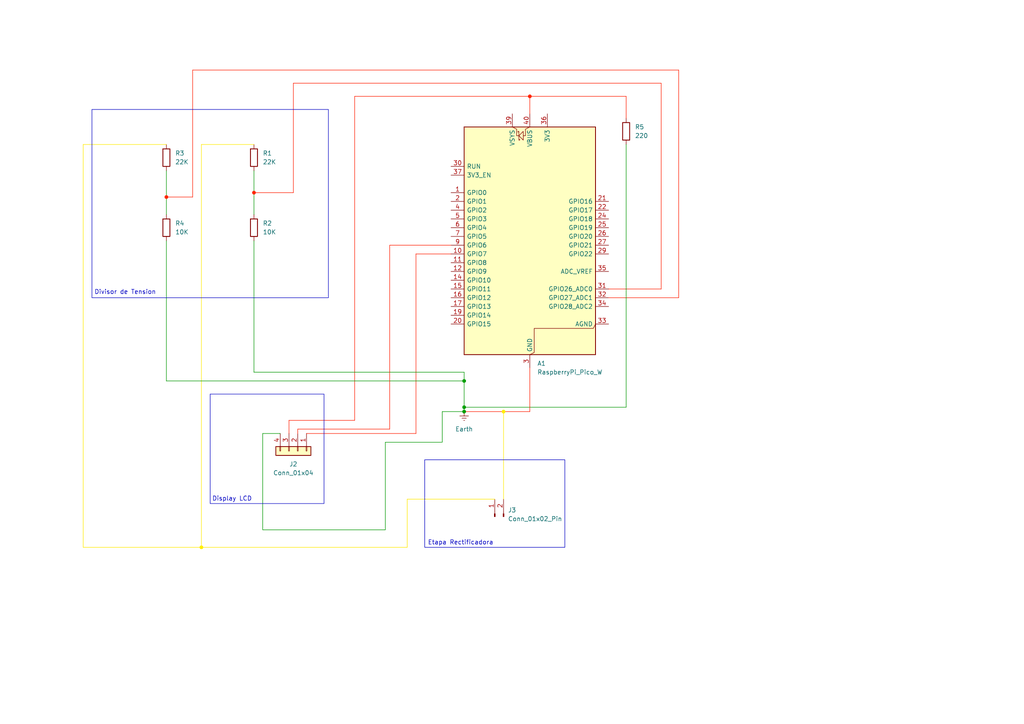
<source format=kicad_sch>
(kicad_sch (version 20250114) (generator "eeschema") (generator_version "9.0")
  (paper "A4")
  (lib_symbols
    (symbol "Connector:Conn_01x02_Pin" (pin_names (offset 1.016) (hide yes))
      (property "Reference" "J" (at 0 2.54 0))
      (property "Value" "Conn_01x02_Pin" (at 0 -5.08 0))
      (symbol "Conn_01x02_Pin_1_1"
        (rectangle (start 0.8636 0.127) (end 0 -0.127) (stroke (width 0.1524)) (fill (type outline)))
        (rectangle (start 0.8636 -2.413) (end 0 -2.667) (stroke (width 0.1524)) (fill (type outline)))
        (polyline (pts (xy 1.27 0) (xy 0.8636 0)) (stroke (width 0.1524)))
        (polyline (pts (xy 1.27 -2.54) (xy 0.8636 -2.54)) (stroke (width 0.1524)))
        (pin passive line (at 5.08 0 180) (length 3.81) (name "Pin_1") (number "1"))
        (pin passive line (at 5.08 -2.54 180) (length 3.81) (name "Pin_2") (number "2"))
      )
    )
    (symbol "Connector_Generic:Conn_01x04" (pin_names (offset 1.016) (hide yes))
      (property "Reference" "J" (at 0 5.08 0))
      (property "Value" "Conn_01x04" (at 0 -7.62 0))
      (symbol "Conn_01x04_1_1"
        (rectangle (start -1.27 3.81) (end 1.27 -6.35) (stroke (width 0.254)) (fill (type background)))
        (rectangle (start -1.27 2.667) (end 0 2.413) (stroke (width 0.1524)))
        (rectangle (start -1.27 0.127) (end 0 -0.127) (stroke (width 0.1524)))
        (rectangle (start -1.27 -2.413) (end 0 -2.667) (stroke (width 0.1524)))
        (rectangle (start -1.27 -4.953) (end 0 -5.207) (stroke (width 0.1524)))
        (pin passive line (at -5.08 2.54 0) (length 3.81) (name "Pin_1") (number "1"))
        (pin passive line (at -5.08 0 0) (length 3.81) (name "Pin_2") (number "2"))
        (pin passive line (at -5.08 -2.54 0) (length 3.81) (name "Pin_3") (number "3"))
        (pin passive line (at -5.08 -5.08 0) (length 3.81) (name "Pin_4") (number "4"))
      )
    )
    (symbol "Device:R" (pin_numbers (hide yes)) (pin_names (offset 0))
      (property "Reference" "R" (at 2.032 0 90))
      (property "Value" "R" (at 0 0 90))
      (symbol "R_0_1"
        (rectangle (start -1.016 -2.54) (end 1.016 2.54) (stroke (width 0.254)))
      )
      (symbol "R_1_1"
        (pin passive line (at 0 3.81 270) (length 1.27) (name "~") (number "1"))
        (pin passive line (at 0 -3.81 90) (length 1.27) (name "~") (number "2"))
      )
    )
    (symbol "MCU_Module:RaspberryPi_Pico_W" (pin_names (offset 0.762))
      (property "Reference" "A" (at -19.05 35.56 0))
      (property "Value" "RaspberryPi_Pico_W" (at 7.62 35.56 0))
      (symbol "RaspberryPi_Pico_W_0_1"
        (rectangle (start -19.05 34.29) (end 19.05 -31.75) (stroke (width 0.254)) (fill (type background)))
        (polyline (pts (xy -5.08 34.29) (xy -3.81 33.655) (xy -3.81 31.75) (xy -3.175 31.75)))
        (polyline (pts (xy -3.429 32.766) (xy -3.429 33.02) (xy -3.175 33.02) (xy -3.175 30.48) (xy -2.921 30.48) (xy -2.921 30.734)))
        (polyline (pts (xy -3.175 31.75) (xy -1.905 33.02) (xy -1.905 30.48) (xy -3.175 31.75)))
        (polyline (pts (xy 0 34.29) (xy -1.27 33.655) (xy -1.27 31.75) (xy -1.905 31.75)))
        (polyline (pts (xy 0 -31.75) (xy 1.27 -31.115) (xy 1.27 -24.13) (xy 18.415 -24.13) (xy 19.05 -22.86)))
      )
      (symbol "RaspberryPi_Pico_W_1_1"
        (pin passive line (at -22.86 22.86 0) (length 3.81) (name "RUN") (number "30"))
        (pin passive line (at -22.86 20.32 0) (length 3.81) (name "3V3_EN") (number "37"))
        (pin bidirectional line (at -22.86 15.24 0) (length 3.81) (name "GPIO0") (number "1"))
        (pin bidirectional line (at -22.86 12.7 0) (length 3.81) (name "GPIO1") (number "2"))
        (pin bidirectional line (at -22.86 10.16 0) (length 3.81) (name "GPIO2") (number "4"))
        (pin bidirectional line (at -22.86 7.62 0) (length 3.81) (name "GPIO3") (number "5"))
        (pin bidirectional line (at -22.86 5.08 0) (length 3.81) (name "GPIO4") (number "6"))
        (pin bidirectional line (at -22.86 2.54 0) (length 3.81) (name "GPIO5") (number "7"))
        (pin bidirectional line (at -22.86 0 0) (length 3.81) (name "GPIO6") (number "9"))
        (pin bidirectional line (at -22.86 -2.54 0) (length 3.81) (name "GPIO7") (number "10"))
        (pin bidirectional line (at -22.86 -5.08 0) (length 3.81) (name "GPIO8") (number "11"))
        (pin bidirectional line (at -22.86 -7.62 0) (length 3.81) (name "GPIO9") (number "12"))
        (pin bidirectional line (at -22.86 -10.16 0) (length 3.81) (name "GPIO10") (number "14"))
        (pin bidirectional line (at -22.86 -12.7 0) (length 3.81) (name "GPIO11") (number "15"))
        (pin bidirectional line (at -22.86 -15.24 0) (length 3.81) (name "GPIO12") (number "16"))
        (pin bidirectional line (at -22.86 -17.78 0) (length 3.81) (name "GPIO13") (number "17"))
        (pin bidirectional line (at -22.86 -20.32 0) (length 3.81) (name "GPIO14") (number "19"))
        (pin bidirectional line (at -22.86 -22.86 0) (length 3.81) (name "GPIO15") (number "20"))
        (pin power_in line (at -5.08 38.1 270) (length 3.81) (name "VSYS") (number "39"))
        (pin power_out line (at 0 38.1 270) (length 3.81) (name "VBUS") (number "40"))
        (pin passive line (at 0 -35.56 90) (length 3.81) (hide yes) (name "GND") (number "13"))
        (pin passive line (at 0 -35.56 90) (length 3.81) (hide yes) (name "GND") (number "18"))
        (pin passive line (at 0 -35.56 90) (length 3.81) (hide yes) (name "GND") (number "23"))
        (pin passive line (at 0 -35.56 90) (length 3.81) (hide yes) (name "GND") (number "28"))
        (pin power_out line (at 0 -35.56 90) (length 3.81) (name "GND") (number "3"))
        (pin passive line (at 0 -35.56 90) (length 3.81) (hide yes) (name "GND") (number "38"))
        (pin passive line (at 0 -35.56 90) (length 3.81) (hide yes) (name "GND") (number "8"))
        (pin power_out line (at 5.08 38.1 270) (length 3.81) (name "3V3") (number "36"))
        (pin bidirectional line (at 22.86 12.7 180) (length 3.81) (name "GPIO16") (number "21"))
        (pin bidirectional line (at 22.86 10.16 180) (length 3.81) (name "GPIO17") (number "22"))
        (pin bidirectional line (at 22.86 7.62 180) (length 3.81) (name "GPIO18") (number "24"))
        (pin bidirectional line (at 22.86 5.08 180) (length 3.81) (name "GPIO19") (number "25"))
        (pin bidirectional line (at 22.86 2.54 180) (length 3.81) (name "GPIO20") (number "26"))
        (pin bidirectional line (at 22.86 0 180) (length 3.81) (name "GPIO21") (number "27"))
        (pin bidirectional line (at 22.86 -2.54 180) (length 3.81) (name "GPIO22") (number "29"))
        (pin power_in line (at 22.86 -7.62 180) (length 3.81) (name "ADC_VREF") (number "35"))
        (pin bidirectional line (at 22.86 -12.7 180) (length 3.81) (name "GPIO26_ADC0") (number "31"))
        (pin bidirectional line (at 22.86 -15.24 180) (length 3.81) (name "GPIO27_ADC1") (number "32"))
        (pin bidirectional line (at 22.86 -17.78 180) (length 3.81) (name "GPIO28_ADC2") (number "34"))
        (pin power_out line (at 22.86 -22.86 180) (length 3.81) (name "AGND") (number "33"))
      )
    )
    (symbol "power:Earth" (power) (pin_numbers (hide yes)) (pin_names (offset 0) (hide yes))
      (property "Value" "Earth" (at 0 -3.81 0))
      (symbol "Earth_0_1"
        (polyline (pts (xy -0.635 -1.905) (xy 0.635 -1.905)))
        (polyline (pts (xy -0.127 -2.54) (xy 0.127 -2.54)))
        (polyline (pts (xy 0 -1.27) (xy 0 0)))
        (polyline (pts (xy 1.27 -1.27) (xy -1.27 -1.27)))
      )
      (symbol "Earth_1_1"
        (pin power_in line (at 0 0 270) (length 0) (name "~") (number "1"))
      )
    )
  )
  (rectangle (start 26.67 31.75) (end 95.25 86.36))
  (rectangle (start 123.19 133.35) (end 163.83 158.75))
  (rectangle (start 60.96 114.3) (end 93.98 146.05))
  (text "Divisor de Tension" (at 36.322 84.836 0) (effects (font (size 1.27 1.27))))
  (text "Display LCD" (at 67.31 144.78 0) (effects (font (size 1.27 1.27))))
  (text "Etapa Rectificadora" (at 133.604 157.48 0) (effects (font (size 1.27 1.27))))
  (junction (at 146.05 119.38) (color 255 233 0 1))
  (junction (at 48.26 57.15) (color 255 28 0 1))
  (junction (at 73.66 55.88) (color 255 28 0 1))
  (junction (at 58.42 158.75) (color 255 233 0 1))
  (junction (at 153.67 27.94) (color 255 28 0 1))
  (junction (at 134.62 118.11))
  (junction (at 134.62 110.49))
  (junction (at 134.62 119.38))
  (wire (pts (xy 181.61 41.91) (xy 181.61 118.11)))
  (wire (pts (xy 48.26 110.49) (xy 134.62 110.49)))
  (wire (pts (xy 48.26 57.15) (xy 48.26 62.23)))
  (wire (pts (xy 85.09 24.13) (xy 85.09 55.88)) (stroke (width 0) (color 255 28 0 1)))
  (wire (pts (xy 86.36 124.46) (xy 86.36 125.73)) (stroke (width 0) (color 255 28 0 1)))
  (wire (pts (xy 143.51 144.78) (xy 118.11 144.78)) (stroke (width 0) (color 255 233 0 1)))
  (wire (pts (xy 81.28 125.73) (xy 76.2 125.73)))
  (wire (pts (xy 181.61 118.11) (xy 134.62 118.11)))
  (wire (pts (xy 176.53 86.36) (xy 196.85 86.36)) (stroke (width 0) (color 255 28 0 1)))
  (wire (pts (xy 196.85 20.32) (xy 55.88 20.32)) (stroke (width 0) (color 255 28 0 1)))
  (wire (pts (xy 102.87 27.94) (xy 102.87 121.92)) (stroke (width 0) (color 255 28 0 1)))
  (wire (pts (xy 191.77 83.82) (xy 191.77 24.13)) (stroke (width 0) (color 255 28 0 1)))
  (wire (pts (xy 128.27 119.38) (xy 134.62 119.38)))
  (wire (pts (xy 120.65 73.66) (xy 120.65 125.73)) (stroke (width 0) (color 255 28 0 1)))
  (wire (pts (xy 48.26 49.53) (xy 48.26 57.15)))
  (wire (pts (xy 48.26 69.85) (xy 48.26 110.49)))
  (wire (pts (xy 153.67 27.94) (xy 102.87 27.94)) (stroke (width 0) (color 255 28 0 1)))
  (wire (pts (xy 181.61 27.94) (xy 153.67 27.94)) (stroke (width 0) (color 255 28 0 1)))
  (wire (pts (xy 176.53 83.82) (xy 191.77 83.82)) (stroke (width 0) (color 255 28 0 1)))
  (wire (pts (xy 196.85 86.36) (xy 196.85 20.32)) (stroke (width 0) (color 255 28 0 1)))
  (wire (pts (xy 55.88 20.32) (xy 55.88 57.15)) (stroke (width 0) (color 255 28 0 1)))
  (wire (pts (xy 118.11 158.75) (xy 58.42 158.75)) (stroke (width 0) (color 255 233 0 1)))
  (wire (pts (xy 146.05 144.78) (xy 146.05 119.38)) (stroke (width 0) (color 255 233 0 1)))
  (wire (pts (xy 134.62 119.38) (xy 146.05 119.38)) (stroke (width 0) (color 255 28 0 1)))
  (wire (pts (xy 55.88 57.15) (xy 48.26 57.15)) (stroke (width 0) (color 255 28 0 1)))
  (wire (pts (xy 134.62 118.11) (xy 134.62 119.38)))
  (wire (pts (xy 153.67 119.38) (xy 153.67 106.68)) (stroke (width 0) (color 255 28 0 1)))
  (wire (pts (xy 146.05 119.38) (xy 153.67 119.38)) (stroke (width 0) (color 255 28 0 1)))
  (wire (pts (xy 83.82 121.92) (xy 83.82 125.73)) (stroke (width 0) (color 255 28 0 1)))
  (wire (pts (xy 73.66 55.88) (xy 73.66 62.23)))
  (wire (pts (xy 191.77 24.13) (xy 85.09 24.13)) (stroke (width 0) (color 255 28 0 1)))
  (wire (pts (xy 130.81 71.12) (xy 113.03 71.12)) (stroke (width 0) (color 255 28 0 1)))
  (wire (pts (xy 118.11 144.78) (xy 118.11 158.75)) (stroke (width 0) (color 255 233 0 1)))
  (wire (pts (xy 102.87 121.92) (xy 83.82 121.92)) (stroke (width 0) (color 255 28 0 1)))
  (wire (pts (xy 58.42 158.75) (xy 24.13 158.75)) (stroke (width 0) (color 255 233 0 1)))
  (wire (pts (xy 113.03 124.46) (xy 86.36 124.46)) (stroke (width 0) (color 255 28 0 1)))
  (wire (pts (xy 85.09 55.88) (xy 73.66 55.88)) (stroke (width 0) (color 255 28 0 1)))
  (wire (pts (xy 111.76 128.27) (xy 128.27 128.27)))
  (wire (pts (xy 73.66 69.85) (xy 73.66 107.95)))
  (wire (pts (xy 134.62 110.49) (xy 134.62 118.11)))
  (wire (pts (xy 153.67 33.02) (xy 153.67 27.94)) (stroke (width 0) (color 255 28 0 1)))
  (wire (pts (xy 73.66 49.53) (xy 73.66 55.88)))
  (wire (pts (xy 58.42 41.91) (xy 58.42 158.75)) (stroke (width 0) (color 255 233 0 1)))
  (wire (pts (xy 73.66 107.95) (xy 134.62 107.95)))
  (wire (pts (xy 111.76 153.67) (xy 111.76 128.27)))
  (wire (pts (xy 73.66 41.91) (xy 58.42 41.91)) (stroke (width 0) (color 255 233 0 1)))
  (wire (pts (xy 128.27 128.27) (xy 128.27 119.38)))
  (wire (pts (xy 134.62 107.95) (xy 134.62 110.49)))
  (wire (pts (xy 130.81 73.66) (xy 120.65 73.66)) (stroke (width 0) (color 255 28 0 1)))
  (wire (pts (xy 113.03 71.12) (xy 113.03 124.46)) (stroke (width 0) (color 255 28 0 1)))
  (wire (pts (xy 24.13 41.91) (xy 48.26 41.91)) (stroke (width 0) (color 255 233 0 1)))
  (wire (pts (xy 120.65 125.73) (xy 88.9 125.73)) (stroke (width 0) (color 255 28 0 1)))
  (wire (pts (xy 76.2 153.67) (xy 111.76 153.67)))
  (wire (pts (xy 181.61 34.29) (xy 181.61 27.94)) (stroke (width 0) (color 255 28 0 1)))
  (wire (pts (xy 76.2 125.73) (xy 76.2 153.67)))
  (wire (pts (xy 24.13 158.75) (xy 24.13 41.91)) (stroke (width 0) (color 255 233 0 1)))
  (symbol (lib_id "Device:R") (at 73.66 45.72 0) (unit 1)
    (property "Reference" "R1" (at 76.2 44.4499 0) (effects (justify left)))
    (property "Value" "22K" (at 76.2 46.9899 0) (effects (justify left)))
    (property "Footprint" "Resistor_THT:R_Axial_DIN0207_L6.3mm_D2.5mm_P2.54mm_Vertical" (effects (hide yes)))
    (property "Description" "Resistor" (effects (hide yes)))
  )
  (symbol (lib_id "Device:R") (at 181.61 38.1 0) (unit 1)
    (property "Reference" "R5" (at 184.15 36.8299 0) (effects (justify left)))
    (property "Value" "220" (at 184.15 39.3699 0) (effects (justify left)))
    (property "Footprint" "Resistor_THT:R_Axial_DIN0207_L6.3mm_D2.5mm_P2.54mm_Vertical" (effects (hide yes)))
    (property "Description" "Resistor" (effects (hide yes)))
  )
  (symbol (lib_id "power:Earth") (at 134.62 119.38 0) (unit 1)
    (property "Reference" "#PWR01" (effects (hide yes)))
    (property "Value" "Earth" (at 134.62 124.46 0))
    (property "Description" "Power symbol creates a global label with name \"Earth\"" (effects (hide yes)))
  )
  (symbol (lib_id "Device:R") (at 48.26 66.04 0) (unit 1)
    (property "Reference" "R4" (at 50.8 64.7699 0) (effects (justify left)))
    (property "Value" "10K" (at 50.8 67.3099 0) (effects (justify left)))
    (property "Footprint" "Resistor_THT:R_Axial_DIN0207_L6.3mm_D2.5mm_P2.54mm_Vertical" (effects (hide yes)))
    (property "Description" "Resistor" (effects (hide yes)))
  )
  (symbol (lib_id "Device:R") (at 73.66 66.04 0) (unit 1)
    (property "Reference" "R2" (at 76.2 64.7699 0) (effects (justify left)))
    (property "Value" "10K" (at 76.2 67.3099 0) (effects (justify left)))
    (property "Footprint" "Resistor_THT:R_Axial_DIN0207_L6.3mm_D2.5mm_P2.54mm_Vertical" (effects (hide yes)))
    (property "Description" "Resistor" (effects (hide yes)))
  )
  (symbol (lib_id "MCU_Module:RaspberryPi_Pico_W") (at 153.67 71.12 0) (unit 1)
    (property "Reference" "A1" (at 155.8133 105.41 0) (effects (justify left)))
    (property "Value" "RaspberryPi_Pico_W" (at 155.8133 107.95 0) (effects (justify left)))
    (property "Footprint" "Module:RaspberryPi_Pico_W_SMD_HandSolder" (effects (hide yes)))
    (property "Datasheet" "https://datasheets.raspberrypi.com/picow/pico-w-datasheet.pdf" (effects (hide yes)))
    (property "Description" "Versatile and inexpensive wireless microcontroller module powered by RP2040 dual-core Arm Cortex-M0+ processor up to 133 MHz, 264kB SRAM, 2MB QSPI flash, Infineon CYW43439 2.4GHz 802.11n wireless LAN; also supports Raspberry Pi Pico 2 W" (effects (hide yes)))
  )
  (symbol (lib_id "Connector_Generic:Conn_01x04") (at 86.36 130.81 270) (unit 1)
    (property "Reference" "J2" (at 85.09 134.62 90))
    (property "Value" "Conn_01x04" (at 85.09 137.16 90))
    (property "Footprint" "Connector:FanPinHeader_1x04_P2.54mm_Vertical" (effects (hide yes)))
    (property "Description" "Generic connector, single row, 01x04, script generated (kicad-library-utils/schlib/autogen/connector/)" (effects (hide yes)))
  )
  (symbol (lib_id "Device:R") (at 48.26 45.72 0) (unit 1)
    (property "Reference" "R3" (at 50.8 44.4499 0) (effects (justify left)))
    (property "Value" "22K" (at 50.8 46.9899 0) (effects (justify left)))
    (property "Footprint" "Resistor_THT:R_Axial_DIN0207_L6.3mm_D2.5mm_P2.54mm_Vertical" (effects (hide yes)))
    (property "Description" "Resistor" (effects (hide yes)))
  )
  (symbol (lib_id "Connector:Conn_01x02_Pin") (at 143.51 149.86 90) (unit 1)
    (property "Reference" "J3" (at 147.32 147.9549 90) (effects (justify right)))
    (property "Value" "Conn_01x02_Pin" (at 147.32 150.4949 90) (effects (justify right)))
    (property "Footprint" "Connector_JST:JST_PH_B2B-PH-K_1x02_P2.00mm_Vertical" (effects (hide yes)))
    (property "Description" "Generic connector, single row, 01x02, script generated" (effects (hide yes)))
  )
)
</source>
